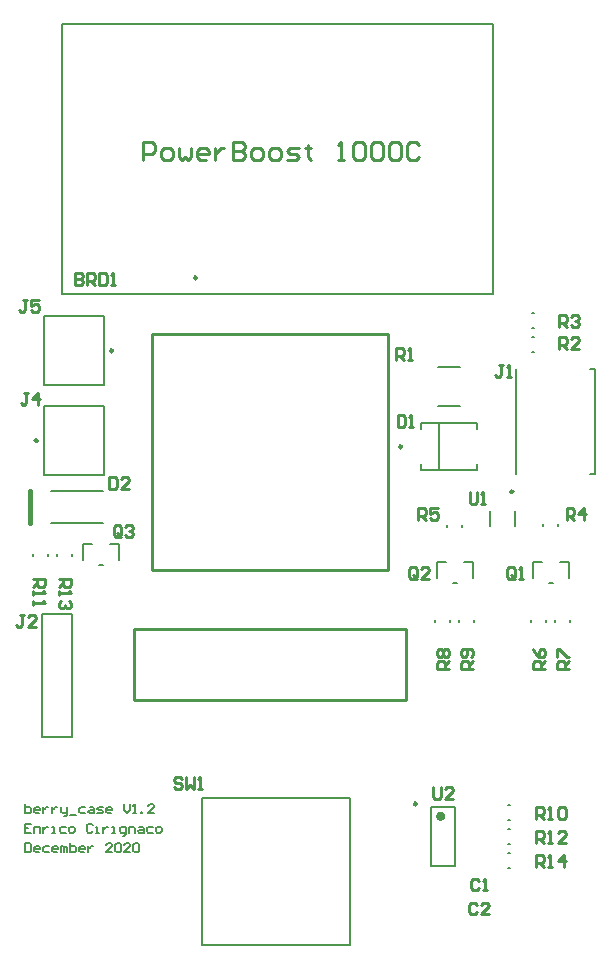
<source format=gto>
G04*
G04 #@! TF.GenerationSoftware,Altium Limited,Altium Designer,20.2.6 (244)*
G04*
G04 Layer_Color=65535*
%FSLAX25Y25*%
%MOIN*%
G70*
G04*
G04 #@! TF.SameCoordinates,54722894-AE61-4C59-B5F0-4C27AF3D34EB*
G04*
G04*
G04 #@! TF.FilePolarity,Positive*
G04*
G01*
G75*
%ADD10C,0.00984*%
%ADD11C,0.01575*%
%ADD12C,0.00787*%
%ADD13C,0.00787*%
%ADD14C,0.01000*%
%ADD15C,0.00500*%
%ADD16C,0.00800*%
D10*
X490051Y270000D02*
G03*
X490051Y270000I-492J0D01*
G01*
X586350Y238000D02*
G03*
X586350Y238000I-492J0D01*
G01*
X623445Y223055D02*
G03*
X623445Y223055I-492J0D01*
G01*
X518012Y294291D02*
G03*
X518012Y294291I-492J0D01*
G01*
X464933Y240000D02*
G03*
X464933Y240000I-492J0D01*
G01*
X591289Y118930D02*
G03*
X591289Y118930I-492J0D01*
G01*
D11*
X600049Y114776D02*
G03*
X600049Y114776I-787J0D01*
G01*
X462350Y212636D02*
Y223364D01*
D12*
X624331Y228741D02*
Y263977D01*
X649173Y228741D02*
X650551D01*
Y263977D01*
X649173D02*
X650551D01*
D13*
X598260Y251504D02*
X605740D01*
X598260Y264496D02*
X605740D01*
X467000Y258583D02*
Y281417D01*
X487000D01*
X467000Y258583D02*
X487000D01*
Y281417D01*
X629606Y282461D02*
X630394D01*
X629606Y277539D02*
X630394D01*
X629606Y269539D02*
X630394D01*
X629606Y274461D02*
X630394D01*
X598555Y230559D02*
Y245441D01*
X592650Y243925D02*
Y245756D01*
Y230244D02*
Y232075D01*
Y230244D02*
X611350D01*
Y243925D02*
Y245756D01*
Y230244D02*
Y232075D01*
X592650Y245756D02*
X611350D01*
X615866Y211539D02*
Y216461D01*
X624134Y211539D02*
Y216461D01*
X606461Y211248D02*
Y212035D01*
X601539Y211248D02*
Y212035D01*
X638461Y211606D02*
Y212394D01*
X633539Y211606D02*
Y212394D01*
X635311Y192457D02*
X636689D01*
X642102Y194327D02*
Y199543D01*
X629898D02*
X632949D01*
X639051D02*
X642102D01*
X629898Y194327D02*
Y199543D01*
X634461Y179606D02*
Y180394D01*
X629539Y179606D02*
Y180394D01*
X642461Y179606D02*
Y180394D01*
X637539Y179606D02*
Y180394D01*
X603311Y192457D02*
X604689D01*
X610102Y194327D02*
Y199543D01*
X597898D02*
X600949D01*
X607051D02*
X610102D01*
X597898Y194327D02*
Y199543D01*
X602461Y179606D02*
Y180394D01*
X597539Y179606D02*
Y180394D01*
X610461Y179606D02*
Y180394D01*
X605539Y179606D02*
Y180394D01*
X621656Y118544D02*
X622443D01*
X621656Y113623D02*
X622443D01*
X621656Y105623D02*
X622443D01*
X621656Y110544D02*
X622443D01*
X621656Y102544D02*
X622443D01*
X621656Y97623D02*
X622443D01*
X476461Y201606D02*
Y202394D01*
X471539Y201606D02*
Y202394D01*
X463539Y201606D02*
Y202394D01*
X468461Y201606D02*
Y202394D01*
X466457Y141161D02*
X476457D01*
Y182146D01*
X466457D02*
X476457D01*
X466457Y141161D02*
Y182146D01*
X473032Y289035D02*
Y378937D01*
Y289035D02*
X616732D01*
Y378937D01*
X473032D02*
X616732D01*
X467000Y228583D02*
Y251417D01*
X487000D01*
X467000Y228583D02*
X487000D01*
Y251417D01*
X469388Y212636D02*
X486612D01*
X469388Y223364D02*
X486612D01*
X485311Y198457D02*
X486689D01*
X492102Y200327D02*
Y205543D01*
X479898D02*
X482949D01*
X489051D02*
X492102D01*
X479898Y200327D02*
Y205543D01*
X596112Y98241D02*
X603986D01*
X596112Y117926D02*
X603986D01*
Y98241D02*
Y117926D01*
X596112Y98241D02*
Y117926D01*
D14*
X502953Y196850D02*
X581693D01*
Y275590D01*
X502953Y196850D02*
Y275590D01*
X581693D01*
X587598Y153543D02*
Y177165D01*
X497047Y153543D02*
Y177165D01*
X587598D01*
X497047Y153543D02*
X587598D01*
X500055Y333677D02*
Y339675D01*
X503054D01*
X504054Y338675D01*
Y336676D01*
X503054Y335677D01*
X500055D01*
X507053Y333677D02*
X509052D01*
X510052Y334677D01*
Y336676D01*
X509052Y337676D01*
X507053D01*
X506053Y336676D01*
Y334677D01*
X507053Y333677D01*
X512051Y337676D02*
Y334677D01*
X513051Y333677D01*
X514051Y334677D01*
X515050Y333677D01*
X516050Y334677D01*
Y337676D01*
X521048Y333677D02*
X519049D01*
X518049Y334677D01*
Y336676D01*
X519049Y337676D01*
X521048D01*
X522048Y336676D01*
Y335677D01*
X518049D01*
X524047Y337676D02*
Y333677D01*
Y335677D01*
X525047Y336676D01*
X526047Y337676D01*
X527046D01*
X530045Y339675D02*
Y333677D01*
X533044D01*
X534044Y334677D01*
Y335677D01*
X533044Y336676D01*
X530045D01*
X533044D01*
X534044Y337676D01*
Y338675D01*
X533044Y339675D01*
X530045D01*
X537043Y333677D02*
X539043D01*
X540042Y334677D01*
Y336676D01*
X539043Y337676D01*
X537043D01*
X536044Y336676D01*
Y334677D01*
X537043Y333677D01*
X543041D02*
X545041D01*
X546040Y334677D01*
Y336676D01*
X545041Y337676D01*
X543041D01*
X542042Y336676D01*
Y334677D01*
X543041Y333677D01*
X548040D02*
X551039D01*
X552038Y334677D01*
X551039Y335677D01*
X549039D01*
X548040Y336676D01*
X549039Y337676D01*
X552038D01*
X555037Y338675D02*
Y337676D01*
X554038D01*
X556037D01*
X555037D01*
Y334677D01*
X556037Y333677D01*
X565034D02*
X567033D01*
X566034D01*
Y339675D01*
X565034Y338675D01*
X570033D02*
X571032Y339675D01*
X573032D01*
X574031Y338675D01*
Y334677D01*
X573032Y333677D01*
X571032D01*
X570033Y334677D01*
Y338675D01*
X576031D02*
X577030Y339675D01*
X579030D01*
X580029Y338675D01*
Y334677D01*
X579030Y333677D01*
X577030D01*
X576031Y334677D01*
Y338675D01*
X582029D02*
X583028Y339675D01*
X585028D01*
X586027Y338675D01*
Y334677D01*
X585028Y333677D01*
X583028D01*
X582029Y334677D01*
Y338675D01*
X592025D02*
X591026Y339675D01*
X589026D01*
X588027Y338675D01*
Y334677D01*
X589026Y333677D01*
X591026D01*
X592025Y334677D01*
X584376Y267032D02*
Y270968D01*
X586344D01*
X587000Y270312D01*
Y269000D01*
X586344Y268344D01*
X584376D01*
X585688D02*
X587000Y267032D01*
X588312D02*
X589624D01*
X588968D01*
Y270968D01*
X588312Y270312D01*
X461344Y286968D02*
X460032D01*
X460688D01*
Y283688D01*
X460032Y283032D01*
X459376D01*
X458720Y283688D01*
X465280Y286968D02*
X462656D01*
Y285000D01*
X463968Y285656D01*
X464624D01*
X465280Y285000D01*
Y283688D01*
X464624Y283032D01*
X463312D01*
X462656Y283688D01*
X608876Y222968D02*
Y219688D01*
X609532Y219032D01*
X610844D01*
X611500Y219688D01*
Y222968D01*
X612812Y219032D02*
X614124D01*
X613468D01*
Y222968D01*
X612812Y222312D01*
X631080Y98032D02*
Y101968D01*
X633048D01*
X633704Y101312D01*
Y100000D01*
X633048Y99344D01*
X631080D01*
X632392D02*
X633704Y98032D01*
X635016D02*
X636328D01*
X635672D01*
Y101968D01*
X635016Y101312D01*
X640264Y98032D02*
Y101968D01*
X638296Y100000D01*
X640920D01*
X631080Y106032D02*
Y109968D01*
X633048D01*
X633704Y109312D01*
Y108000D01*
X633048Y107344D01*
X631080D01*
X632392D02*
X633704Y106032D01*
X635016D02*
X636328D01*
X635672D01*
Y109968D01*
X635016Y109312D01*
X640920Y106032D02*
X638296D01*
X640920Y108656D01*
Y109312D01*
X640264Y109968D01*
X638952D01*
X638296Y109312D01*
X631080Y114032D02*
Y117968D01*
X633048D01*
X633704Y117312D01*
Y116000D01*
X633048Y115344D01*
X631080D01*
X632392D02*
X633704Y114032D01*
X635016D02*
X636328D01*
X635672D01*
Y117968D01*
X635016Y117312D01*
X638296D02*
X638952Y117968D01*
X640264D01*
X640920Y117312D01*
Y114688D01*
X640264Y114032D01*
X638952D01*
X638296Y114688D01*
Y117312D01*
X609919Y163969D02*
X605983D01*
Y165937D01*
X606639Y166592D01*
X607951D01*
X608607Y165937D01*
Y163969D01*
Y165280D02*
X609919Y166592D01*
X609263Y167904D02*
X609919Y168560D01*
Y169872D01*
X609263Y170528D01*
X606639D01*
X605983Y169872D01*
Y168560D01*
X606639Y167904D01*
X607295D01*
X607951Y168560D01*
Y170528D01*
X601919Y163969D02*
X597983D01*
Y165937D01*
X598639Y166592D01*
X599951D01*
X600607Y165937D01*
Y163969D01*
Y165280D02*
X601919Y166592D01*
X598639Y167904D02*
X597983Y168560D01*
Y169872D01*
X598639Y170528D01*
X599295D01*
X599951Y169872D01*
X600607Y170528D01*
X601263D01*
X601919Y169872D01*
Y168560D01*
X601263Y167904D01*
X600607D01*
X599951Y168560D01*
X599295Y167904D01*
X598639D01*
X599951Y168560D02*
Y169872D01*
X641919Y163969D02*
X637983D01*
Y165937D01*
X638639Y166592D01*
X639951D01*
X640607Y165937D01*
Y163969D01*
Y165280D02*
X641919Y166592D01*
X637983Y167904D02*
Y170528D01*
X638639D01*
X641263Y167904D01*
X641919D01*
X633919Y163969D02*
X629983D01*
Y165937D01*
X630639Y166592D01*
X631951D01*
X632607Y165937D01*
Y163969D01*
Y165280D02*
X633919Y166592D01*
X629983Y170528D02*
X630639Y169216D01*
X631951Y167904D01*
X633263D01*
X633919Y168560D01*
Y169872D01*
X633263Y170528D01*
X632607D01*
X631951Y169872D01*
Y167904D01*
X591720Y213532D02*
Y217468D01*
X593688D01*
X594344Y216812D01*
Y215500D01*
X593688Y214844D01*
X591720D01*
X593032D02*
X594344Y213532D01*
X598280Y217468D02*
X595656D01*
Y215500D01*
X596968Y216156D01*
X597624D01*
X598280Y215500D01*
Y214188D01*
X597624Y213532D01*
X596312D01*
X595656Y214188D01*
X641220Y213532D02*
Y217468D01*
X643188D01*
X643844Y216812D01*
Y215500D01*
X643188Y214844D01*
X641220D01*
X642532D02*
X643844Y213532D01*
X647124D02*
Y217468D01*
X645156Y215500D01*
X647780D01*
X638720Y278032D02*
Y281968D01*
X640688D01*
X641344Y281312D01*
Y280000D01*
X640688Y279344D01*
X638720D01*
X640032D02*
X641344Y278032D01*
X642656Y281312D02*
X643312Y281968D01*
X644624D01*
X645280Y281312D01*
Y280656D01*
X644624Y280000D01*
X643968D01*
X644624D01*
X645280Y279344D01*
Y278688D01*
X644624Y278032D01*
X643312D01*
X642656Y278688D01*
X638720Y270532D02*
Y274468D01*
X640688D01*
X641344Y273812D01*
Y272500D01*
X640688Y271844D01*
X638720D01*
X640032D02*
X641344Y270532D01*
X645280D02*
X642656D01*
X645280Y273156D01*
Y273812D01*
X644624Y274468D01*
X643312D01*
X642656Y273812D01*
X591344Y194688D02*
Y197312D01*
X590688Y197968D01*
X589376D01*
X588720Y197312D01*
Y194688D01*
X589376Y194032D01*
X590688D01*
X590032Y195344D02*
X591344Y194032D01*
X590688D02*
X591344Y194688D01*
X595280Y194032D02*
X592656D01*
X595280Y196656D01*
Y197312D01*
X594624Y197968D01*
X593312D01*
X592656Y197312D01*
X624000Y194688D02*
Y197312D01*
X623344Y197968D01*
X622032D01*
X621376Y197312D01*
Y194688D01*
X622032Y194032D01*
X623344D01*
X622688Y195344D02*
X624000Y194032D01*
X623344D02*
X624000Y194688D01*
X625312Y194032D02*
X626624D01*
X625968D01*
Y197968D01*
X625312Y197312D01*
X584876Y248468D02*
Y244532D01*
X586844D01*
X587500Y245188D01*
Y247812D01*
X586844Y248468D01*
X584876D01*
X588812Y244532D02*
X590124D01*
X589468D01*
Y248468D01*
X588812Y247812D01*
X611393Y85395D02*
X610737Y86051D01*
X609425D01*
X608770Y85395D01*
Y82771D01*
X609425Y82115D01*
X610737D01*
X611393Y82771D01*
X615329Y82115D02*
X612705D01*
X615329Y84739D01*
Y85395D01*
X614673Y86051D01*
X613361D01*
X612705Y85395D01*
X612049Y93395D02*
X611393Y94051D01*
X610081D01*
X609425Y93395D01*
Y90771D01*
X610081Y90115D01*
X611393D01*
X612049Y90771D01*
X613361Y90115D02*
X614673D01*
X614017D01*
Y94051D01*
X613361Y93395D01*
X596720Y124468D02*
Y121188D01*
X597376Y120532D01*
X598688D01*
X599344Y121188D01*
Y124468D01*
X603280Y120532D02*
X600656D01*
X603280Y123156D01*
Y123812D01*
X602624Y124468D01*
X601312D01*
X600656Y123812D01*
X513032Y127312D02*
X512376Y127968D01*
X511064D01*
X510408Y127312D01*
Y126656D01*
X511064Y126000D01*
X512376D01*
X513032Y125344D01*
Y124688D01*
X512376Y124032D01*
X511064D01*
X510408Y124688D01*
X514344Y127968D02*
Y124032D01*
X515656Y125344D01*
X516968Y124032D01*
Y127968D01*
X518280Y124032D02*
X519592D01*
X518936D01*
Y127968D01*
X518280Y127312D01*
X472032Y193920D02*
X475968D01*
Y191952D01*
X475312Y191296D01*
X474000D01*
X473344Y191952D01*
Y193920D01*
Y192608D02*
X472032Y191296D01*
Y189984D02*
Y188672D01*
Y189328D01*
X475968D01*
X475312Y189984D01*
Y186704D02*
X475968Y186048D01*
Y184736D01*
X475312Y184080D01*
X474656D01*
X474000Y184736D01*
Y185392D01*
Y184736D01*
X473344Y184080D01*
X472688D01*
X472032Y184736D01*
Y186048D01*
X472688Y186704D01*
X463532Y193764D02*
X467468D01*
Y191796D01*
X466812Y191140D01*
X465500D01*
X464844Y191796D01*
Y193764D01*
Y192452D02*
X463532Y191140D01*
Y189828D02*
Y188516D01*
Y189172D01*
X467468D01*
X466812Y189828D01*
X463532Y186548D02*
Y185236D01*
Y185892D01*
X467468D01*
X466812Y186548D01*
X492844Y208688D02*
Y211312D01*
X492188Y211968D01*
X490876D01*
X490220Y211312D01*
Y208688D01*
X490876Y208032D01*
X492188D01*
X491532Y209344D02*
X492844Y208032D01*
X492188D02*
X492844Y208688D01*
X494156Y211312D02*
X494812Y211968D01*
X496124D01*
X496780Y211312D01*
Y210656D01*
X496124Y210000D01*
X495468D01*
X496124D01*
X496780Y209344D01*
Y208688D01*
X496124Y208032D01*
X494812D01*
X494156Y208688D01*
X461844Y255968D02*
X460532D01*
X461188D01*
Y252688D01*
X460532Y252032D01*
X459876D01*
X459220Y252688D01*
X465124Y252032D02*
Y255968D01*
X463156Y254000D01*
X465780D01*
X460344Y181968D02*
X459032D01*
X459688D01*
Y178688D01*
X459032Y178032D01*
X458376D01*
X457720Y178688D01*
X464280Y178032D02*
X461656D01*
X464280Y180656D01*
Y181312D01*
X463624Y181968D01*
X462312D01*
X461656Y181312D01*
X620150Y265264D02*
X618838D01*
X619494D01*
Y261984D01*
X618838Y261328D01*
X618182D01*
X617526Y261984D01*
X621461Y261328D02*
X622773D01*
X622118D01*
Y265264D01*
X621461Y264608D01*
X488720Y227968D02*
Y224032D01*
X490688D01*
X491344Y224688D01*
Y227312D01*
X490688Y227968D01*
X488720D01*
X495280Y224032D02*
X492656D01*
X495280Y226656D01*
Y227312D01*
X494624Y227968D01*
X493312D01*
X492656Y227312D01*
X477440Y295968D02*
Y292032D01*
X479408D01*
X480064Y292688D01*
Y293344D01*
X479408Y294000D01*
X477440D01*
X479408D01*
X480064Y294656D01*
Y295312D01*
X479408Y295968D01*
X477440D01*
X481376Y292032D02*
Y295968D01*
X483344D01*
X484000Y295312D01*
Y294000D01*
X483344Y293344D01*
X481376D01*
X482688D02*
X484000Y292032D01*
X485312Y295968D02*
Y292032D01*
X487280D01*
X487936Y292688D01*
Y295312D01*
X487280Y295968D01*
X485312D01*
X489248Y292032D02*
X490560D01*
X489904D01*
Y295968D01*
X489248Y295312D01*
D15*
X519685Y71850D02*
X568898D01*
Y121063D01*
X519685D02*
X568898D01*
X519685Y71850D02*
Y121063D01*
D16*
X460800Y118836D02*
Y115837D01*
X462299D01*
X462799Y116337D01*
Y116837D01*
Y117337D01*
X462299Y117836D01*
X460800D01*
X465299Y115837D02*
X464299D01*
X463799Y116337D01*
Y117337D01*
X464299Y117836D01*
X465299D01*
X465798Y117337D01*
Y116837D01*
X463799D01*
X466798Y117836D02*
Y115837D01*
Y116837D01*
X467298Y117337D01*
X467798Y117836D01*
X468298D01*
X469797D02*
Y115837D01*
Y116837D01*
X470297Y117337D01*
X470797Y117836D01*
X471297D01*
X472796D02*
Y116337D01*
X473296Y115837D01*
X474795D01*
Y115337D01*
X474296Y114837D01*
X473796D01*
X474795Y115837D02*
Y117836D01*
X475795Y115337D02*
X477795D01*
X480794Y117836D02*
X479294D01*
X478794Y117337D01*
Y116337D01*
X479294Y115837D01*
X480794D01*
X482293Y117836D02*
X483293D01*
X483793Y117337D01*
Y115837D01*
X482293D01*
X481793Y116337D01*
X482293Y116837D01*
X483793D01*
X484792Y115837D02*
X486292D01*
X486792Y116337D01*
X486292Y116837D01*
X485292D01*
X484792Y117337D01*
X485292Y117836D01*
X486792D01*
X489291Y115837D02*
X488291D01*
X487791Y116337D01*
Y117337D01*
X488291Y117836D01*
X489291D01*
X489791Y117337D01*
Y116837D01*
X487791D01*
X493789Y118836D02*
Y116837D01*
X494789Y115837D01*
X495789Y116837D01*
Y118836D01*
X496788Y115837D02*
X497788D01*
X497288D01*
Y118836D01*
X496788Y118336D01*
X499288Y115837D02*
Y116337D01*
X499787D01*
Y115837D01*
X499288D01*
X503786D02*
X501787D01*
X503786Y117836D01*
Y118336D01*
X503286Y118836D01*
X502287D01*
X501787Y118336D01*
X462799Y112318D02*
X460800D01*
Y109318D01*
X462799D01*
X460800Y110818D02*
X461800D01*
X463799Y109318D02*
Y111318D01*
X465299D01*
X465798Y110818D01*
Y109318D01*
X466798Y111318D02*
Y109318D01*
Y110318D01*
X467298Y110818D01*
X467798Y111318D01*
X468298D01*
X469797Y109318D02*
X470797D01*
X470297D01*
Y111318D01*
X469797D01*
X474296D02*
X472796D01*
X472296Y110818D01*
Y109818D01*
X472796Y109318D01*
X474296D01*
X475795D02*
X476795D01*
X477295Y109818D01*
Y110818D01*
X476795Y111318D01*
X475795D01*
X475295Y110818D01*
Y109818D01*
X475795Y109318D01*
X483293Y111818D02*
X482793Y112318D01*
X481793D01*
X481293Y111818D01*
Y109818D01*
X481793Y109318D01*
X482793D01*
X483293Y109818D01*
X484292Y109318D02*
X485292D01*
X484792D01*
Y111318D01*
X484292D01*
X486792D02*
Y109318D01*
Y110318D01*
X487291Y110818D01*
X487791Y111318D01*
X488291D01*
X489791Y109318D02*
X490790D01*
X490290D01*
Y111318D01*
X489791D01*
X493290Y108319D02*
X493789D01*
X494289Y108819D01*
Y111318D01*
X492790D01*
X492290Y110818D01*
Y109818D01*
X492790Y109318D01*
X494289D01*
X495289D02*
Y111318D01*
X496788D01*
X497288Y110818D01*
Y109318D01*
X498788Y111318D02*
X499787D01*
X500287Y110818D01*
Y109318D01*
X498788D01*
X498288Y109818D01*
X498788Y110318D01*
X500287D01*
X503286Y111318D02*
X501787D01*
X501287Y110818D01*
Y109818D01*
X501787Y109318D01*
X503286D01*
X504786D02*
X505786D01*
X506285Y109818D01*
Y110818D01*
X505786Y111318D01*
X504786D01*
X504286Y110818D01*
Y109818D01*
X504786Y109318D01*
X460800Y105799D02*
Y102800D01*
X462299D01*
X462799Y103300D01*
Y105299D01*
X462299Y105799D01*
X460800D01*
X465299Y102800D02*
X464299D01*
X463799Y103300D01*
Y104299D01*
X464299Y104799D01*
X465299D01*
X465798Y104299D01*
Y103800D01*
X463799D01*
X468797Y104799D02*
X467298D01*
X466798Y104299D01*
Y103300D01*
X467298Y102800D01*
X468797D01*
X471297D02*
X470297D01*
X469797Y103300D01*
Y104299D01*
X470297Y104799D01*
X471297D01*
X471796Y104299D01*
Y103800D01*
X469797D01*
X472796Y102800D02*
Y104799D01*
X473296D01*
X473796Y104299D01*
Y102800D01*
Y104299D01*
X474296Y104799D01*
X474795Y104299D01*
Y102800D01*
X475795Y105799D02*
Y102800D01*
X477295D01*
X477795Y103300D01*
Y103800D01*
Y104299D01*
X477295Y104799D01*
X475795D01*
X480294Y102800D02*
X479294D01*
X478794Y103300D01*
Y104299D01*
X479294Y104799D01*
X480294D01*
X480794Y104299D01*
Y103800D01*
X478794D01*
X481793Y104799D02*
Y102800D01*
Y103800D01*
X482293Y104299D01*
X482793Y104799D01*
X483293D01*
X489791Y102800D02*
X487791D01*
X489791Y104799D01*
Y105299D01*
X489291Y105799D01*
X488291D01*
X487791Y105299D01*
X490790D02*
X491290Y105799D01*
X492290D01*
X492790Y105299D01*
Y103300D01*
X492290Y102800D01*
X491290D01*
X490790Y103300D01*
Y105299D01*
X495789Y102800D02*
X493789D01*
X495789Y104799D01*
Y105299D01*
X495289Y105799D01*
X494289D01*
X493789Y105299D01*
X496788D02*
X497288Y105799D01*
X498288D01*
X498788Y105299D01*
Y103300D01*
X498288Y102800D01*
X497288D01*
X496788Y103300D01*
Y105299D01*
M02*

</source>
